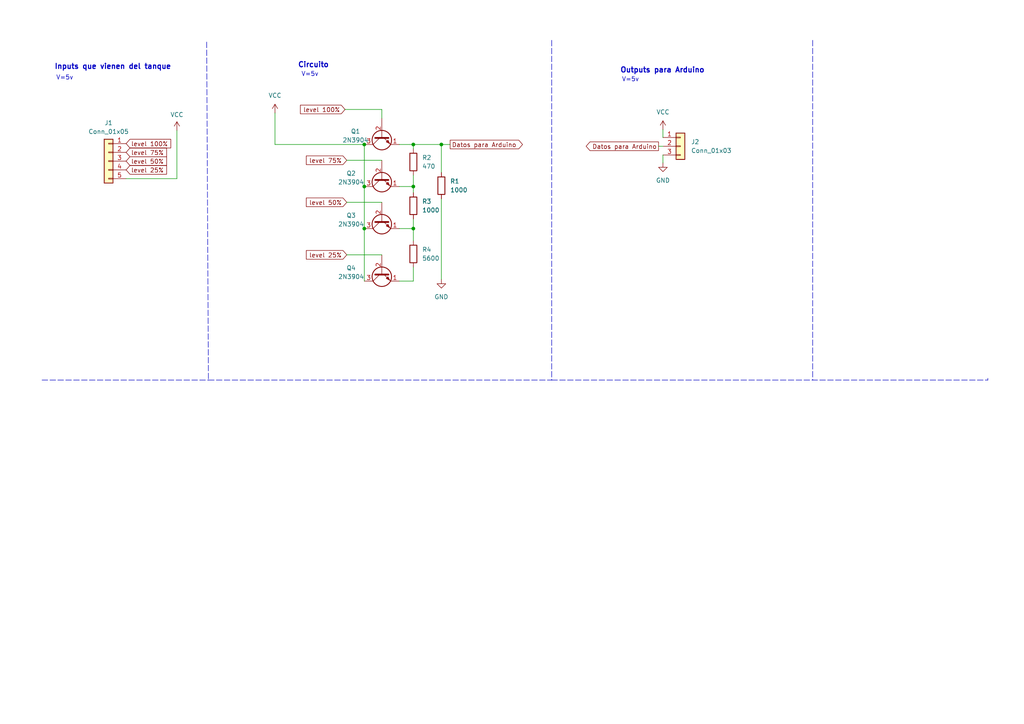
<source format=kicad_sch>
(kicad_sch (version 20211123) (generator eeschema)
  (paper "A4")
  (lib_symbols
    (symbol "Connector_Generic:Conn_01x03" (pin_names (offset 1.016) hide)
      (property "Reference" "J" (at 0 5.08 0))
      (property "Value" "Conn_01x03" (at 0 -5.08 0))
      (symbol "Conn_01x03_1_1"
        (rectangle (start -1.27 -2.413) (end 0 -2.667) (stroke (width 0.1524)))
        (rectangle (start -1.27 0.127) (end 0 -0.127) (stroke (width 0.1524)))
        (rectangle (start -1.27 2.667) (end 0 2.413) (stroke (width 0.1524)))
        (rectangle (start -1.27 3.81) (end 1.27 -3.81) (stroke (width 0.254)) (fill (type background)))
        (pin passive line (at -5.08 2.54 0) (length 3.81) (name "Pin_1") (number "1"))
        (pin passive line (at -5.08 0 0) (length 3.81) (name "Pin_2") (number "2"))
        (pin passive line (at -5.08 -2.54 0) (length 3.81) (name "Pin_3") (number "3"))
      )
    )
    (symbol "Connector_Generic:Conn_01x05" (pin_names (offset 1.016) hide)
      (property "Reference" "J" (at 0 7.62 0))
      (property "Value" "Conn_01x05" (at 0 -7.62 0))
      (symbol "Conn_01x05_1_1"
        (rectangle (start -1.27 -4.953) (end 0 -5.207) (stroke (width 0.1524)))
        (rectangle (start -1.27 -2.413) (end 0 -2.667) (stroke (width 0.1524)))
        (rectangle (start -1.27 0.127) (end 0 -0.127) (stroke (width 0.1524)))
        (rectangle (start -1.27 2.667) (end 0 2.413) (stroke (width 0.1524)))
        (rectangle (start -1.27 5.207) (end 0 4.953) (stroke (width 0.1524)))
        (rectangle (start -1.27 6.35) (end 1.27 -6.35) (stroke (width 0.254)) (fill (type background)))
        (pin passive line (at -5.08 5.08 0) (length 3.81) (name "Pin_1") (number "1"))
        (pin passive line (at -5.08 2.54 0) (length 3.81) (name "Pin_2") (number "2"))
        (pin passive line (at -5.08 0 0) (length 3.81) (name "Pin_3") (number "3"))
        (pin passive line (at -5.08 -2.54 0) (length 3.81) (name "Pin_4") (number "4"))
        (pin passive line (at -5.08 -5.08 0) (length 3.81) (name "Pin_5") (number "5"))
      )
    )
    (symbol "Device:R" (pin_numbers hide) (pin_names (offset 0))
      (property "Reference" "R" (at 2.032 0 90))
      (property "Value" "R" (at 0 0 90))
      (symbol "R_0_1"
        (rectangle (start -1.016 -2.54) (end 1.016 2.54) (stroke (width 0.254)))
      )
      (symbol "R_1_1"
        (pin passive line (at 0 3.81 270) (length 1.27) (name "~") (number "1"))
        (pin passive line (at 0 -3.81 90) (length 1.27) (name "~") (number "2"))
      )
    )
    (symbol "Transistor_BJT:2N3904" (pin_names (offset 0) hide)
      (property "Reference" "Q" (at 5.08 1.905 0))
      (property "Value" "2N3904" (at 5.08 0 0))
      (symbol "2N3904_0_1"
        (polyline (pts (xy 0.635 0.635) (xy 2.54 2.54)))
        (polyline (pts (xy 0.635 -0.635) (xy 2.54 -2.54) (xy 2.54 -2.54)))
        (polyline (pts (xy 0.635 1.905) (xy 0.635 -1.905) (xy 0.635 -1.905)) (stroke (width 0.508)))
        (polyline (pts (xy 1.27 -1.778) (xy 1.778 -1.27) (xy 2.286 -2.286) (xy 1.27 -1.778) (xy 1.27 -1.778)) (fill (type outline)))
        (circle (center 1.27 0) (radius 2.8194) (stroke (width 0.254)))
      )
      (symbol "2N3904_1_1"
        (pin passive line (at 2.54 -5.08 90) (length 2.54) (name "E") (number "1"))
        (pin passive line (at -5.08 0 0) (length 5.715) (name "B") (number "2"))
        (pin passive line (at 2.54 5.08 270) (length 2.54) (name "C") (number "3"))
      )
    )
    (symbol "power:GND" (power) (pin_names (offset 0))
      (property "Value" "GND" (at 0 -3.81 0))
      (symbol "GND_0_1"
        (polyline (pts (xy 0 0) (xy 0 -1.27) (xy 1.27 -1.27) (xy 0 -2.54) (xy -1.27 -1.27) (xy 0 -1.27)))
      )
      (symbol "GND_1_1"
        (pin power_in line (at 0 0 270) (length 0) hide (name "GND") (number "1"))
      )
    )
    (symbol "power:VCC" (power) (pin_names (offset 0))
      (property "Value" "VCC" (at 0 3.81 0))
      (symbol "VCC_0_1"
        (polyline (pts (xy -0.762 1.27) (xy 0 2.54)))
        (polyline (pts (xy 0 0) (xy 0 2.54)))
        (polyline (pts (xy 0 2.54) (xy 0.762 1.27)))
      )
      (symbol "VCC_1_1"
        (pin power_in line (at 0 0 90) (length 0) hide (name "VCC") (number "1"))
      )
    )
  )
  (junction (at 119.888 66.294))
  (junction (at 105.664 54.102))
  (junction (at 128.016 41.91))
  (junction (at 105.664 41.91))
  (junction (at 119.888 41.91))
  (junction (at 105.664 66.294))
  (junction (at 119.888 54.102))
  (wire (pts (xy 119.888 50.8) (xy 119.888 54.102)))
  (polyline (pts (xy 160.02 110.236) (xy 286.512 110.236)))
  (wire (pts (xy 79.756 32.766) (xy 79.756 41.91)))
  (wire (pts (xy 105.664 66.294) (xy 105.664 81.534)))
  (wire (pts (xy 100.076 31.75) (xy 110.744 31.75)))
  (polyline (pts (xy 160.02 11.684) (xy 160.02 110.236)))
  (wire (pts (xy 115.824 54.102) (xy 119.888 54.102)))
  (wire (pts (xy 192.278 44.958) (xy 192.278 47.244)))
  (wire (pts (xy 128.016 57.658) (xy 128.016 81.026)))
  (wire (pts (xy 115.824 66.294) (xy 119.888 66.294)))
  (wire (pts (xy 192.278 37.592) (xy 192.278 39.878)))
  (wire (pts (xy 119.888 54.102) (xy 119.888 55.88)))
  (wire (pts (xy 105.664 41.91) (xy 105.664 54.102)))
  (wire (pts (xy 128.016 41.91) (xy 130.556 41.91)))
  (wire (pts (xy 100.584 73.914) (xy 110.744 73.914)))
  (wire (pts (xy 100.584 46.482) (xy 110.744 46.482)))
  (wire (pts (xy 110.744 31.75) (xy 110.744 34.29)))
  (wire (pts (xy 79.756 41.91) (xy 105.664 41.91)))
  (wire (pts (xy 119.888 41.91) (xy 119.888 43.18)))
  (polyline (pts (xy 59.944 12.192) (xy 60.452 110.236)))
  (polyline (pts (xy 12.192 110.236) (xy 60.452 110.236)))
  (wire (pts (xy 36.576 51.816) (xy 51.308 51.816)))
  (wire (pts (xy 115.824 41.91) (xy 119.888 41.91)))
  (polyline (pts (xy 60.452 110.236) (xy 160.02 110.236)))
  (wire (pts (xy 119.888 77.47) (xy 119.888 81.534)))
  (polyline (pts (xy 235.712 11.684) (xy 235.712 110.236)))
  (wire (pts (xy 119.888 66.294) (xy 119.888 69.85)))
  (wire (pts (xy 105.664 54.102) (xy 105.664 66.294)))
  (wire (pts (xy 191.008 42.418) (xy 192.278 42.418)))
  (polyline (pts (xy 286.512 109.728) (xy 286.512 110.236)))
  (wire (pts (xy 128.016 41.91) (xy 128.016 50.038)))
  (wire (pts (xy 100.584 58.674) (xy 110.744 58.674)))
  (wire (pts (xy 119.888 41.91) (xy 128.016 41.91)))
  (wire (pts (xy 51.308 37.846) (xy 51.308 51.816)))
  (wire (pts (xy 119.888 63.5) (xy 119.888 66.294)))
  (wire (pts (xy 115.824 81.534) (xy 119.888 81.534)))
  (text "Outputs para Arduino" (at 179.832 21.336 0) (effects (font (size 1.5 1.5) (thickness 0.3) bold) (justify left bottom)))
  (text "V=5v\n" (at 180.34 23.876 0) (effects (font (size 1.27 1.27)) (justify left bottom)))
  (text "V=5v\n" (at 87.376 22.352 0) (effects (font (size 1.27 1.27)) (justify left bottom)))
  (text "Inputs que vienen del tanque" (at 15.748 20.32 0) (effects (font (size 1.5 1.5) (thickness 0.3) bold) (justify left bottom)))
  (text "V=5v\n" (at 16.256 23.368 0) (effects (font (size 1.27 1.27)) (justify left bottom)))
  (text "Circuito\n" (at 86.36 19.812 0) (effects (font (size 1.5 1.5) (thickness 0.3) bold) (justify left bottom)))
  (global_label "level 25%" (shape input) (at 100.584 73.914 180) (property "Intersheet References" "${INTERSHEET_REFS}" (effects hide)))
  (global_label "level 75%" (shape input) (at 100.584 46.482 180) (property "Intersheet References" "${INTERSHEET_REFS}" (effects hide)))
  (global_label "level 50%" (shape input) (at 36.576 46.736 0) (property "Intersheet References" "${INTERSHEET_REFS}" (effects hide)))
  (global_label "Datos para Arduino" (shape output) (at 191.008 42.418 180) (property "Intersheet References" "${INTERSHEET_REFS}" (effects hide)))
  (global_label "level 100%" (shape input) (at 36.576 41.656 0) (property "Intersheet References" "${INTERSHEET_REFS}" (effects hide)))
  (global_label "level 50%" (shape input) (at 100.584 58.674 180) (property "Intersheet References" "${INTERSHEET_REFS}" (effects hide)))
  (global_label "level 75%" (shape input) (at 36.576 44.196 0) (property "Intersheet References" "${INTERSHEET_REFS}" (effects hide)))
  (global_label "Datos para Arduino" (shape output) (at 130.556 41.91 0) (property "Intersheet References" "${INTERSHEET_REFS}" (effects hide)))
  (global_label "level 100%" (shape input) (at 100.076 31.75 180) (property "Intersheet References" "${INTERSHEET_REFS}" (effects hide)))
  (global_label "level 25%" (shape input) (at 36.576 49.276 0) (property "Intersheet References" "${INTERSHEET_REFS}" (effects hide)))
  (symbol (lib_id "power:VCC") (at 51.308 37.846 0) (unit 1)
    (property "Reference" "#PWR01" (effects hide))
    (property "Value" "VCC" (at 51.308 33.274 0))
  )
  (symbol (lib_id "Transistor_BJT:2N3904") (at 110.744 39.37 90) (mirror x) (unit 1)
    (property "Reference" "Q1" (at 103.124 38.1 90))
    (property "Value" "2N3904" (at 103.124 40.64 90))
    (property "Footprint" "Package_TO_SOT_THT:TO-92_Inline" (effects hide))
    (property "Datasheet" "https://www.onsemi.com/pub/Collateral/2N3903-D.PDF" (effects hide))
  )
  (symbol (lib_id "Device:R") (at 128.016 53.848 0) (unit 1)
    (property "Reference" "R1" (at 130.556 52.5779 0) (effects (justify left)))
    (property "Value" "1000" (at 130.556 55.1179 0) (effects (justify left)))
    (property "Footprint" "Resistor_THT:R_Axial_DIN0207_L6.3mm_D2.5mm_P10.16mm_Horizontal" (effects hide))
  )
  (symbol (lib_id "Device:R") (at 119.888 46.99 0) (unit 1)
    (property "Reference" "R2" (at 122.428 45.7199 0) (effects (justify left)))
    (property "Value" "470" (at 122.428 48.2599 0) (effects (justify left)))
    (property "Footprint" "Resistor_THT:R_Axial_DIN0207_L6.3mm_D2.5mm_P10.16mm_Horizontal" (effects hide))
  )
  (symbol (lib_id "Connector_Generic:Conn_01x05") (at 31.496 46.736 0) (mirror y) (unit 1)
    (property "Reference" "J1" (at 31.496 35.636 0))
    (property "Value" "Conn_01x05" (at 31.496 38.176 0))
    (property "Footprint" "Connector_PinHeader_1.00mm:PinHeader_1x05_P1.00mm_Vertical" (effects hide))
  )
  (symbol (lib_id "Device:R") (at 119.888 59.69 0) (unit 1)
    (property "Reference" "R3" (at 122.428 58.4199 0) (effects (justify left)))
    (property "Value" "1000" (at 122.428 60.9599 0) (effects (justify left)))
    (property "Footprint" "Resistor_THT:R_Axial_DIN0207_L6.3mm_D2.5mm_P10.16mm_Horizontal" (effects hide))
  )
  (symbol (lib_id "power:VCC") (at 79.756 32.766 0) (unit 1)
    (property "Reference" "#PWR02" (effects hide))
    (property "Value" "VCC" (at 79.756 27.686 0))
  )
  (symbol (lib_id "power:GND") (at 192.278 47.244 0) (unit 1)
    (property "Reference" "#PWR03" (effects hide))
    (property "Value" "GND" (at 192.278 52.324 0))
  )
  (symbol (lib_id "power:GND") (at 128.016 81.026 0) (unit 1)
    (property "Reference" "#PWR0101" (effects hide))
    (property "Value" "GND" (at 128.016 86.106 0))
  )
  (symbol (lib_id "power:VCC") (at 192.278 37.592 0) (unit 1)
    (property "Reference" "#PWR0102" (effects hide))
    (property "Value" "VCC" (at 192.278 32.512 0))
  )
  (symbol (lib_id "Transistor_BJT:2N3904") (at 110.744 63.754 90) (mirror x) (unit 1)
    (property "Reference" "Q3" (at 101.854 62.484 90))
    (property "Value" "2N3904" (at 101.854 65.024 90))
    (property "Footprint" "Package_TO_SOT_THT:TO-92_Inline" (effects hide))
    (property "Datasheet" "https://www.onsemi.com/pub/Collateral/2N3903-D.PDF" (effects hide))
  )
  (symbol (lib_id "Transistor_BJT:2N3904") (at 110.744 78.994 90) (mirror x) (unit 1)
    (property "Reference" "Q4" (at 101.854 77.724 90))
    (property "Value" "2N3904" (at 101.854 80.264 90))
    (property "Footprint" "Package_TO_SOT_THT:TO-92_Inline" (effects hide))
    (property "Datasheet" "https://www.onsemi.com/pub/Collateral/2N3903-D.PDF" (effects hide))
  )
  (symbol (lib_id "Connector_Generic:Conn_01x03") (at 197.358 42.418 0) (unit 1)
    (property "Reference" "J2" (at 200.438 41.1479 0) (effects (justify left)))
    (property "Value" "Conn_01x03" (at 200.438 43.6879 0) (effects (justify left)))
    (property "Footprint" "Connector_PinHeader_1.00mm:PinHeader_1x03_P1.00mm_Vertical" (effects hide))
  )
  (symbol (lib_id "Device:R") (at 119.888 73.66 0) (unit 1)
    (property "Reference" "R4" (at 122.428 72.3899 0) (effects (justify left)))
    (property "Value" "5600" (at 122.428 74.9299 0) (effects (justify left)))
    (property "Footprint" "Resistor_THT:R_Axial_DIN0207_L6.3mm_D2.5mm_P10.16mm_Horizontal" (effects hide))
  )
  (symbol (lib_id "Transistor_BJT:2N3904") (at 110.744 51.562 90) (mirror x) (unit 1)
    (property "Reference" "Q2" (at 101.854 50.292 90))
    (property "Value" "2N3904" (at 101.854 52.832 90))
    (property "Footprint" "Package_TO_SOT_THT:TO-92_Inline" (effects hide))
    (property "Datasheet" "https://www.onsemi.com/pub/Collateral/2N3903-D.PDF" (effects hide))
  )
)
</source>
